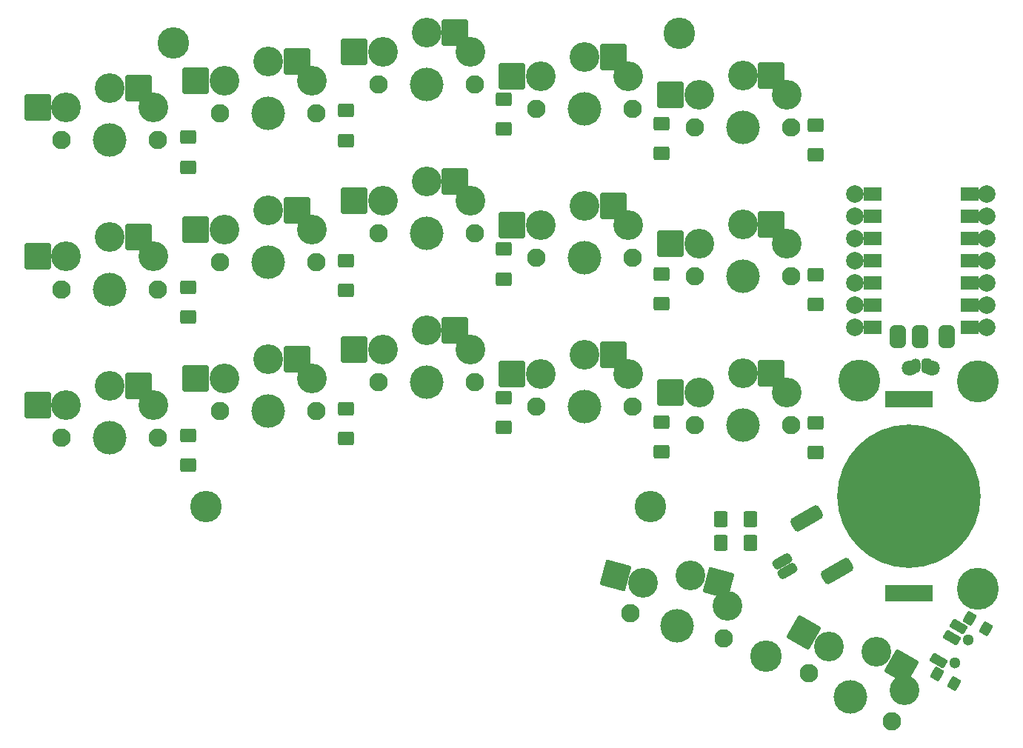
<source format=gbr>
G04 #@! TF.GenerationSoftware,KiCad,Pcbnew,(6.0.6)*
G04 #@! TF.CreationDate,2022-07-07T11:40:50+08:00*
G04 #@! TF.ProjectId,Kretstr_d,4b726574-7374-472e-9464-2e6b69636164,rev?*
G04 #@! TF.SameCoordinates,Original*
G04 #@! TF.FileFunction,Soldermask,Top*
G04 #@! TF.FilePolarity,Negative*
%FSLAX46Y46*%
G04 Gerber Fmt 4.6, Leading zero omitted, Abs format (unit mm)*
G04 Created by KiCad (PCBNEW (6.0.6)) date 2022-07-07 11:40:50*
%MOMM*%
%LPD*%
G01*
G04 APERTURE LIST*
G04 Aperture macros list*
%AMRoundRect*
0 Rectangle with rounded corners*
0 $1 Rounding radius*
0 $2 $3 $4 $5 $6 $7 $8 $9 X,Y pos of 4 corners*
0 Add a 4 corners polygon primitive as box body*
4,1,4,$2,$3,$4,$5,$6,$7,$8,$9,$2,$3,0*
0 Add four circle primitives for the rounded corners*
1,1,$1+$1,$2,$3*
1,1,$1+$1,$4,$5*
1,1,$1+$1,$6,$7*
1,1,$1+$1,$8,$9*
0 Add four rect primitives between the rounded corners*
20,1,$1+$1,$2,$3,$4,$5,0*
20,1,$1+$1,$4,$5,$6,$7,0*
20,1,$1+$1,$6,$7,$8,$9,0*
20,1,$1+$1,$8,$9,$2,$3,0*%
%AMFreePoly0*
4,1,22,0.686777,0.580194,0.756366,0.524698,0.794986,0.444504,0.800000,0.400000,0.800000,0.200000,0.780194,0.113223,0.741421,0.058579,0.141421,-0.541421,0.066056,-0.588777,-0.022393,-0.598742,-0.106406,-0.569345,-0.141421,-0.541421,-0.741421,0.058579,-0.788777,0.133944,-0.800000,0.200000,-0.800000,0.400000,-0.780194,0.486777,-0.724698,0.556366,-0.644504,0.594986,-0.600000,0.600000,
0.600000,0.600000,0.686777,0.580194,0.686777,0.580194,$1*%
%AMFreePoly1*
4,1,26,0.706406,1.169345,0.769345,1.106406,0.798742,1.022393,0.800000,1.000000,0.800000,-0.250000,0.780194,-0.336777,0.724698,-0.406366,0.644504,-0.444986,0.600000,-0.450000,-0.600000,-0.450000,-0.686777,-0.430194,-0.756366,-0.374698,-0.794986,-0.294504,-0.800000,-0.250000,-0.800000,1.000000,-0.780194,1.086777,-0.724698,1.156366,-0.644504,1.194986,-0.555496,1.194986,-0.475302,1.156366,
-0.458579,1.141421,0.000000,0.682842,0.458579,1.141421,0.533944,1.188777,0.622393,1.198742,0.706406,1.169345,0.706406,1.169345,$1*%
%AMFreePoly2*
4,1,41,0.586777,0.930194,0.656366,0.874698,0.694986,0.794504,0.700000,0.750000,0.700000,-0.750000,0.680194,-0.836777,0.624698,-0.906366,0.544504,-0.944986,0.500000,-0.950000,0.000000,-0.950000,-0.023504,-0.944635,-0.083606,-0.943534,-0.139582,-0.934468,-0.274897,-0.892193,-0.326080,-0.867780,-0.444090,-0.789225,-0.486362,-0.751429,-0.577582,-0.642910,-0.607548,-0.594768,-0.664643,-0.465009,
-0.679893,-0.410393,-0.697476,-0.275933,-0.697084,-0.275882,-0.700000,-0.250000,-0.700000,0.250000,-0.697921,0.259109,-0.697582,0.286880,-0.675771,0.426957,-0.659192,0.481183,-0.598944,0.609508,-0.567811,0.656904,-0.473967,0.763162,-0.430783,0.799915,-0.310888,0.875563,-0.259125,0.898717,-0.122818,0.937674,-0.066635,0.945370,-0.042411,0.945222,0.000000,0.950000,0.500000,0.950000,
0.586777,0.930194,0.586777,0.930194,$1*%
%AMFreePoly3*
4,1,41,0.022678,0.944824,0.075125,0.944504,0.131210,0.936123,0.267031,0.895504,0.318507,0.871718,0.437469,0.794611,0.480202,0.757333,0.572740,0.649936,0.603290,0.602165,0.661967,0.473113,0.677883,0.418686,0.697980,0.278353,0.700000,0.250000,0.700000,-0.250000,0.699985,-0.252439,0.699836,-0.264655,0.697079,-0.295398,0.673559,-0.435199,0.656318,-0.489221,0.594506,-0.616800,
0.562797,-0.663810,0.467662,-0.768914,0.424032,-0.805137,0.303222,-0.879314,0.251181,-0.901834,0.114408,-0.939123,0.058135,-0.946132,0.037663,-0.945757,0.000000,-0.950000,-0.500000,-0.950000,-0.586777,-0.930194,-0.656366,-0.874698,-0.694986,-0.794504,-0.700000,-0.750000,-0.700000,0.750000,-0.680194,0.836777,-0.624698,0.906366,-0.544504,0.944986,-0.500000,0.950000,0.000000,0.950000,
0.022678,0.944824,0.022678,0.944824,$1*%
G04 Aperture macros list end*
%ADD10C,0.100000*%
%ADD11C,3.600000*%
%ADD12C,3.400000*%
%ADD13C,2.101800*%
%ADD14C,3.829000*%
%ADD15RoundRect,0.200000X1.592168X0.919239X-0.919239X1.592168X-1.592168X-0.919239X0.919239X-1.592168X0*%
%ADD16RoundRect,0.200000X1.300000X1.300000X-1.300000X1.300000X-1.300000X-1.300000X1.300000X-1.300000X0*%
%ADD17C,4.800000*%
%ADD18RoundRect,0.200000X0.700000X-0.600000X0.700000X0.600000X-0.700000X0.600000X-0.700000X-0.600000X0*%
%ADD19FreePoly0,90.000000*%
%ADD20C,2.000000*%
%ADD21FreePoly0,270.000000*%
%ADD22FreePoly1,90.000000*%
%ADD23FreePoly1,270.000000*%
%ADD24RoundRect,0.200000X0.600000X0.700000X-0.600000X0.700000X-0.600000X-0.700000X0.600000X-0.700000X0*%
%ADD25C,1.797000*%
%ADD26FreePoly2,90.000000*%
%ADD27FreePoly3,90.000000*%
%ADD28RoundRect,0.400000X0.749519X0.201795X0.549519X0.548205X-0.749519X-0.201795X-0.549519X-0.548205X0*%
%ADD29RoundRect,0.450000X1.434086X0.366090X1.034086X1.058910X-1.434086X-0.366090X-1.034086X-1.058910X0*%
%ADD30RoundRect,0.200000X2.540000X-0.768600X2.540000X0.768600X-2.540000X0.768600X-2.540000X-0.768600X0*%
%ADD31C,16.400000*%
%ADD32RoundRect,0.400000X0.200000X0.450000X-0.200000X0.450000X-0.200000X-0.450000X0.200000X-0.450000X0*%
%ADD33O,1.200000X1.700000*%
%ADD34RoundRect,0.200000X1.775833X0.475833X-0.475833X1.775833X-1.775833X-0.475833X0.475833X-1.775833X0*%
%ADD35RoundRect,0.200000X0.096410X-0.633013X0.596410X0.233013X-0.096410X0.633013X-0.596410X-0.233013X0*%
%ADD36C,1.300000*%
%ADD37RoundRect,0.200000X0.474519X-0.678109X0.824519X-0.071891X-0.474519X0.678109X-0.824519X0.071891X0*%
G04 APERTURE END LIST*
G36*
X188350575Y-83204800D02*
G01*
X187334575Y-83204800D01*
X187334575Y-82188800D01*
X188350575Y-82188800D01*
X188350575Y-83204800D01*
G37*
D10*
X188350575Y-83204800D02*
X187334575Y-83204800D01*
X187334575Y-82188800D01*
X188350575Y-82188800D01*
X188350575Y-83204800D01*
G36*
X176971375Y-73044800D02*
G01*
X175955375Y-73044800D01*
X175955375Y-72028800D01*
X176971375Y-72028800D01*
X176971375Y-73044800D01*
G37*
X176971375Y-73044800D02*
X175955375Y-73044800D01*
X175955375Y-72028800D01*
X176971375Y-72028800D01*
X176971375Y-73044800D01*
G36*
X176971375Y-80664800D02*
G01*
X175955375Y-80664800D01*
X175955375Y-79648800D01*
X176971375Y-79648800D01*
X176971375Y-80664800D01*
G37*
X176971375Y-80664800D02*
X175955375Y-80664800D01*
X175955375Y-79648800D01*
X176971375Y-79648800D01*
X176971375Y-80664800D01*
G36*
X176971375Y-85744800D02*
G01*
X175955375Y-85744800D01*
X175955375Y-84728800D01*
X176971375Y-84728800D01*
X176971375Y-85744800D01*
G37*
X176971375Y-85744800D02*
X175955375Y-85744800D01*
X175955375Y-84728800D01*
X176971375Y-84728800D01*
X176971375Y-85744800D01*
G36*
X176971375Y-75584800D02*
G01*
X175955375Y-75584800D01*
X175955375Y-74568800D01*
X176971375Y-74568800D01*
X176971375Y-75584800D01*
G37*
X176971375Y-75584800D02*
X175955375Y-75584800D01*
X175955375Y-74568800D01*
X176971375Y-74568800D01*
X176971375Y-75584800D01*
G36*
X176971375Y-83204800D02*
G01*
X175955375Y-83204800D01*
X175955375Y-82188800D01*
X176971375Y-82188800D01*
X176971375Y-83204800D01*
G37*
X176971375Y-83204800D02*
X175955375Y-83204800D01*
X175955375Y-82188800D01*
X176971375Y-82188800D01*
X176971375Y-83204800D01*
G36*
X188350575Y-75584800D02*
G01*
X187334575Y-75584800D01*
X187334575Y-74568800D01*
X188350575Y-74568800D01*
X188350575Y-75584800D01*
G37*
X188350575Y-75584800D02*
X187334575Y-75584800D01*
X187334575Y-74568800D01*
X188350575Y-74568800D01*
X188350575Y-75584800D01*
G36*
X188350575Y-80664800D02*
G01*
X187334575Y-80664800D01*
X187334575Y-79648800D01*
X188350575Y-79648800D01*
X188350575Y-80664800D01*
G37*
X188350575Y-80664800D02*
X187334575Y-80664800D01*
X187334575Y-79648800D01*
X188350575Y-79648800D01*
X188350575Y-80664800D01*
G36*
X188350575Y-78124800D02*
G01*
X187334575Y-78124800D01*
X187334575Y-77108800D01*
X188350575Y-77108800D01*
X188350575Y-78124800D01*
G37*
X188350575Y-78124800D02*
X187334575Y-78124800D01*
X187334575Y-77108800D01*
X188350575Y-77108800D01*
X188350575Y-78124800D01*
G36*
X176971375Y-88284800D02*
G01*
X175955375Y-88284800D01*
X175955375Y-87268800D01*
X176971375Y-87268800D01*
X176971375Y-88284800D01*
G37*
X176971375Y-88284800D02*
X175955375Y-88284800D01*
X175955375Y-87268800D01*
X176971375Y-87268800D01*
X176971375Y-88284800D01*
G36*
X188350575Y-88284800D02*
G01*
X187334575Y-88284800D01*
X187334575Y-87268800D01*
X188350575Y-87268800D01*
X188350575Y-88284800D01*
G37*
X188350575Y-88284800D02*
X187334575Y-88284800D01*
X187334575Y-87268800D01*
X188350575Y-87268800D01*
X188350575Y-88284800D01*
G36*
X176971375Y-78124800D02*
G01*
X175955375Y-78124800D01*
X175955375Y-77108800D01*
X176971375Y-77108800D01*
X176971375Y-78124800D01*
G37*
X176971375Y-78124800D02*
X175955375Y-78124800D01*
X175955375Y-77108800D01*
X176971375Y-77108800D01*
X176971375Y-78124800D01*
G36*
X188350575Y-85744800D02*
G01*
X187334575Y-85744800D01*
X187334575Y-84728800D01*
X188350575Y-84728800D01*
X188350575Y-85744800D01*
G37*
X188350575Y-85744800D02*
X187334575Y-85744800D01*
X187334575Y-84728800D01*
X188350575Y-84728800D01*
X188350575Y-85744800D01*
G36*
X188350575Y-73044800D02*
G01*
X187334575Y-73044800D01*
X187334575Y-72028800D01*
X188350575Y-72028800D01*
X188350575Y-73044800D01*
G37*
X188350575Y-73044800D02*
X187334575Y-73044800D01*
X187334575Y-72028800D01*
X188350575Y-72028800D01*
X188350575Y-73044800D01*
D11*
X100404375Y-108229400D03*
D12*
X160060976Y-119566941D03*
D13*
X148948183Y-120471563D03*
X159573367Y-123318573D03*
D12*
X150401717Y-116978751D03*
X155800748Y-116147809D03*
D14*
X154260775Y-121895068D03*
D15*
X158964155Y-116995442D03*
X147238310Y-116131119D03*
D12*
X120609575Y-56238800D03*
D14*
X125609575Y-59988800D03*
D13*
X131109575Y-59988800D03*
X120109575Y-59988800D03*
D12*
X130609575Y-56238800D03*
X125609575Y-54038800D03*
D16*
X128884575Y-54038800D03*
X117334575Y-56238800D03*
D17*
X175086950Y-93903800D03*
D18*
X116428333Y-100481591D03*
X116428333Y-97081591D03*
D13*
X94939975Y-100380800D03*
D12*
X84439975Y-96630800D03*
X94439975Y-96630800D03*
D13*
X83939975Y-100380800D03*
D12*
X89439975Y-94430800D03*
D14*
X89439975Y-100380800D03*
D16*
X92714975Y-94430800D03*
X81164975Y-96630800D03*
D18*
X170123933Y-85139991D03*
X170123933Y-81739991D03*
D19*
X176209375Y-80156800D03*
X176209375Y-72536800D03*
D20*
X189696775Y-85236800D03*
D19*
X176209375Y-77616800D03*
X176209375Y-87776800D03*
X176209375Y-75076800D03*
D20*
X174594175Y-85236800D03*
X189696775Y-72536800D03*
D21*
X188096575Y-80156800D03*
X188096575Y-77616800D03*
D20*
X174594175Y-75076800D03*
D21*
X188096575Y-82696800D03*
X188096575Y-72536800D03*
D20*
X189696775Y-75076800D03*
X189696775Y-80156800D03*
D19*
X176209375Y-82696800D03*
D20*
X174594175Y-87776800D03*
X189696775Y-77616800D03*
X174594175Y-80156800D03*
D19*
X176209375Y-85236800D03*
D20*
X174594175Y-72536800D03*
X174594175Y-82696800D03*
X189696775Y-82696800D03*
D21*
X188096575Y-85236800D03*
X188096575Y-87776800D03*
D20*
X189696775Y-87776800D03*
D21*
X188096575Y-75076800D03*
D20*
X174594175Y-77616800D03*
D22*
X177225375Y-72536800D03*
X177225375Y-75076800D03*
X177225375Y-77616800D03*
X177225375Y-80156800D03*
X177225375Y-82696800D03*
X177225375Y-85236800D03*
X177225375Y-87776800D03*
D23*
X187080575Y-87776800D03*
X187080575Y-85236800D03*
X187080575Y-82696800D03*
X187080575Y-80156800D03*
X187080575Y-77616800D03*
X187080575Y-75076800D03*
X187080575Y-72536800D03*
D11*
X164437775Y-125324068D03*
D12*
X148694375Y-76056800D03*
D13*
X138194375Y-79806800D03*
D12*
X138694375Y-76056800D03*
X143694375Y-73856800D03*
D14*
X143694375Y-79806800D03*
D13*
X149194375Y-79806800D03*
D16*
X146969375Y-73856800D03*
X135419375Y-76056800D03*
D24*
X162670585Y-112408168D03*
X159270585Y-112408168D03*
D25*
X183428375Y-92430600D03*
D18*
X152496333Y-85035391D03*
X152496333Y-81635391D03*
D12*
X166779175Y-78190400D03*
D13*
X156279175Y-81940400D03*
X167279175Y-81940400D03*
D12*
X161779175Y-75990400D03*
X156779175Y-78190400D03*
D14*
X161779175Y-81940400D03*
D16*
X165054175Y-75990400D03*
X153504175Y-78190400D03*
D26*
X185043750Y-89486968D03*
D27*
X185043750Y-88186968D03*
D11*
X96679175Y-55270400D03*
D18*
X152496333Y-67867791D03*
X152496333Y-64467791D03*
D28*
X166900076Y-115590128D03*
X166275076Y-114507596D03*
D29*
X169071950Y-109601924D03*
X172546950Y-115620800D03*
D30*
X180744575Y-95967800D03*
X180744575Y-118205000D03*
D31*
X180744575Y-107086400D03*
D11*
X154514775Y-54152800D03*
D32*
X182777975Y-92176600D03*
D33*
X181527975Y-92176600D03*
D18*
X152496333Y-102005591D03*
X152496333Y-98605591D03*
X98394333Y-69442791D03*
X98394333Y-66042791D03*
D14*
X107524775Y-63296800D03*
D13*
X113024775Y-63296800D03*
D12*
X112524775Y-59546800D03*
X107524775Y-57346800D03*
X102524775Y-59546800D03*
D13*
X102024775Y-63296800D03*
D16*
X110799775Y-57346800D03*
X99249775Y-59546800D03*
D18*
X116428333Y-83511391D03*
X116428333Y-80111391D03*
D14*
X161779175Y-98958400D03*
D13*
X167279175Y-98958400D03*
D12*
X156779175Y-95208400D03*
X161779175Y-93008400D03*
D13*
X156279175Y-98958400D03*
D12*
X166779175Y-95208400D03*
D16*
X165054175Y-93008400D03*
X153504175Y-95208400D03*
D17*
X188675950Y-117652800D03*
D13*
X120109575Y-77006800D03*
D14*
X125609575Y-77006800D03*
D13*
X131109575Y-77006800D03*
D12*
X120609575Y-73256800D03*
X125609575Y-71056800D03*
X130609575Y-73256800D03*
D16*
X128884575Y-71056800D03*
X117334575Y-73256800D03*
D26*
X179506550Y-89486968D03*
D27*
X179506550Y-88186968D03*
D18*
X134462333Y-99205591D03*
X134462333Y-95805591D03*
X134462333Y-65118791D03*
X134462333Y-61718791D03*
D12*
X180277902Y-129275473D03*
X171617648Y-124275473D03*
D14*
X174072775Y-130023068D03*
D13*
X169309635Y-127273068D03*
X178835915Y-132773068D03*
D12*
X177047775Y-124870217D03*
D34*
X179884008Y-126507717D03*
X168781415Y-122637973D03*
D13*
X94939975Y-83413600D03*
D12*
X94439975Y-79663600D03*
X84439975Y-79663600D03*
D14*
X89439975Y-83413600D03*
D13*
X83939975Y-83413600D03*
D12*
X89439975Y-77463600D03*
D16*
X92714975Y-77463600D03*
X81164975Y-79663600D03*
D25*
X180888375Y-92430600D03*
D18*
X134462333Y-82235391D03*
X134462333Y-78835391D03*
D17*
X188675950Y-93954600D03*
D18*
X98394333Y-86559391D03*
X98394333Y-83159391D03*
X116428333Y-66394791D03*
X116428333Y-62994791D03*
D12*
X112524775Y-76564800D03*
D13*
X102024775Y-80314800D03*
D12*
X107524775Y-74364800D03*
X102524775Y-76564800D03*
D13*
X113024775Y-80314800D03*
D14*
X107524775Y-80314800D03*
D16*
X110799775Y-74364800D03*
X99249775Y-76564800D03*
D12*
X120609575Y-90274800D03*
D13*
X120109575Y-94024800D03*
D12*
X130609575Y-90274800D03*
X125609575Y-88074800D03*
D13*
X131109575Y-94024800D03*
D14*
X125609575Y-94024800D03*
D16*
X128884575Y-88074800D03*
X117334575Y-90274800D03*
D13*
X149194375Y-96824800D03*
D12*
X148694375Y-93074800D03*
X143694375Y-90874800D03*
X138694375Y-93074800D03*
D14*
X143694375Y-96824800D03*
D13*
X138194375Y-96824800D03*
D16*
X146969375Y-90874800D03*
X135419375Y-93074800D03*
D12*
X89439975Y-60394800D03*
D13*
X94939975Y-66344800D03*
X83939975Y-66344800D03*
D14*
X89439975Y-66344800D03*
D12*
X94439975Y-62594800D03*
X84439975Y-62594800D03*
D16*
X92714975Y-60394800D03*
X81164975Y-62594800D03*
D26*
X182071950Y-89486968D03*
D27*
X182071950Y-88186968D03*
D35*
X185930366Y-128513793D03*
D36*
X187552738Y-123503762D03*
D35*
X189580366Y-122191807D03*
X184016450Y-127408793D03*
D36*
X186052738Y-126101838D03*
D35*
X187666450Y-121086807D03*
D37*
X184153534Y-125871357D03*
X185653534Y-123273281D03*
X186403534Y-121974243D03*
D12*
X138694375Y-59038600D03*
D14*
X143694375Y-62788600D03*
D12*
X143694375Y-56838600D03*
D13*
X149194375Y-62788600D03*
X138194375Y-62788600D03*
D12*
X148694375Y-59038600D03*
D16*
X146969375Y-56838600D03*
X135419375Y-59038600D03*
D12*
X102524775Y-93582800D03*
D14*
X107524775Y-97332800D03*
D13*
X102024775Y-97332800D03*
D12*
X112524775Y-93582800D03*
X107524775Y-91382800D03*
D13*
X113024775Y-97332800D03*
D16*
X110799775Y-91382800D03*
X99249775Y-93582800D03*
D24*
X162670585Y-109715768D03*
X159270585Y-109715768D03*
D18*
X98394333Y-103529591D03*
X98394333Y-100129591D03*
X170123933Y-102110191D03*
X170123933Y-98710191D03*
D12*
X166779175Y-61172400D03*
X161779175Y-58972400D03*
X156779175Y-61172400D03*
D13*
X167279175Y-64922400D03*
D14*
X161779175Y-64922400D03*
D13*
X156279175Y-64922400D03*
D16*
X165054175Y-58972400D03*
X153504175Y-61172400D03*
D11*
X151210950Y-108229400D03*
D18*
X170123933Y-68023391D03*
X170123933Y-64623391D03*
D36*
X187552738Y-123503762D03*
X186052738Y-126101838D03*
M02*

</source>
